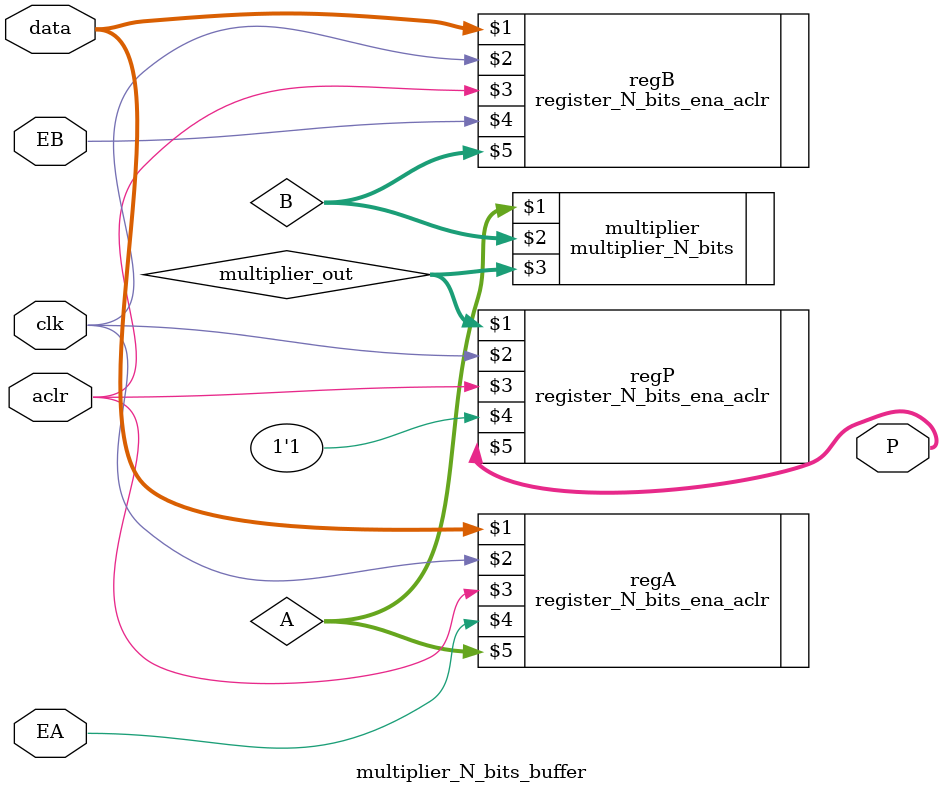
<source format=v>
module multiplier_N_bits_buffer #(parameter N=8)(
		input [N-1:0] data,
		input clk,aclr,EA,EB,
		output [N*2-1:0] P);
		
		wire [N-1:0] A,B;
		wire [N*2-1:0] multiplier_out;
		
		register_N_bits_ena_aclr #(N) regA(data,clk,aclr,EA,A);
		register_N_bits_ena_aclr #(N) regB(data,clk,aclr,EB,B);
	
		multiplier_N_bits #(N) multiplier(A,B,multiplier_out);
	
		register_N_bits_ena_aclr #(N*2) regP(multiplier_out,clk,aclr,1'b1,P);
		
endmodule
</source>
